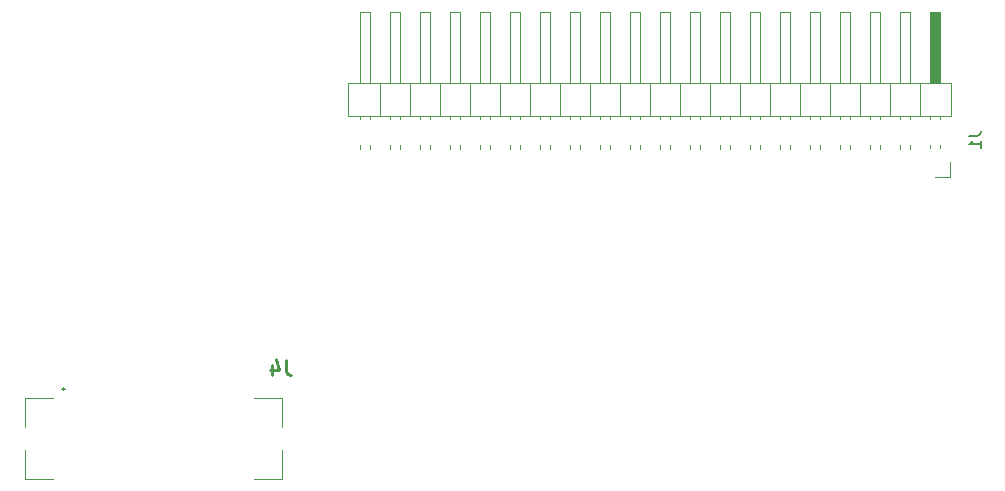
<source format=gbr>
G04 #@! TF.GenerationSoftware,KiCad,Pcbnew,9.0.1*
G04 #@! TF.CreationDate,2025-11-10T14:24:31+01:00*
G04 #@! TF.ProjectId,Debugmodul,44656275-676d-46f6-9475-6c2e6b696361,rev?*
G04 #@! TF.SameCoordinates,Original*
G04 #@! TF.FileFunction,Legend,Bot*
G04 #@! TF.FilePolarity,Positive*
%FSLAX46Y46*%
G04 Gerber Fmt 4.6, Leading zero omitted, Abs format (unit mm)*
G04 Created by KiCad (PCBNEW 9.0.1) date 2025-11-10 14:24:31*
%MOMM*%
%LPD*%
G01*
G04 APERTURE LIST*
%ADD10C,0.150000*%
%ADD11C,0.254000*%
%ADD12C,0.120000*%
%ADD13C,0.100000*%
%ADD14C,0.200000*%
%ADD15R,1.700000X1.700000*%
%ADD16C,1.700000*%
%ADD17R,0.500000X2.400000*%
%ADD18C,1.230000*%
%ADD19C,1.442200*%
%ADD20C,0.800000*%
%ADD21C,1.200000*%
G04 APERTURE END LIST*
D10*
X181154819Y-69766666D02*
X181869104Y-69766666D01*
X181869104Y-69766666D02*
X182011961Y-69719047D01*
X182011961Y-69719047D02*
X182107200Y-69623809D01*
X182107200Y-69623809D02*
X182154819Y-69480952D01*
X182154819Y-69480952D02*
X182154819Y-69385714D01*
X182154819Y-70766666D02*
X182154819Y-70195238D01*
X182154819Y-70480952D02*
X181154819Y-70480952D01*
X181154819Y-70480952D02*
X181297676Y-70385714D01*
X181297676Y-70385714D02*
X181392914Y-70290476D01*
X181392914Y-70290476D02*
X181440533Y-70195238D01*
D11*
X123315059Y-88712777D02*
X123315059Y-89619920D01*
X123315059Y-89619920D02*
X123375536Y-89801348D01*
X123375536Y-89801348D02*
X123496488Y-89922301D01*
X123496488Y-89922301D02*
X123677917Y-89982777D01*
X123677917Y-89982777D02*
X123798869Y-89982777D01*
X122166012Y-89136110D02*
X122166012Y-89982777D01*
X122468393Y-88652301D02*
X122770774Y-89559443D01*
X122770774Y-89559443D02*
X121984583Y-89559443D01*
D12*
X179530000Y-73270000D02*
X179530000Y-72000000D01*
X178260000Y-73270000D02*
X179530000Y-73270000D01*
X176150000Y-70922642D02*
X176150000Y-70537358D01*
X175290000Y-70922642D02*
X175290000Y-70537358D01*
X173610000Y-70922642D02*
X173610000Y-70537358D01*
X172750000Y-70922642D02*
X172750000Y-70537358D01*
X171070000Y-70922642D02*
X171070000Y-70537358D01*
X170210000Y-70922642D02*
X170210000Y-70537358D01*
X168530000Y-70922642D02*
X168530000Y-70537358D01*
X167670000Y-70922642D02*
X167670000Y-70537358D01*
X165990000Y-70922642D02*
X165990000Y-70537358D01*
X165130000Y-70922642D02*
X165130000Y-70537358D01*
X163450000Y-70922642D02*
X163450000Y-70537358D01*
X162590000Y-70922642D02*
X162590000Y-70537358D01*
X160910000Y-70922642D02*
X160910000Y-70537358D01*
X160050000Y-70922642D02*
X160050000Y-70537358D01*
X158370000Y-70922642D02*
X158370000Y-70537358D01*
X157510000Y-70922642D02*
X157510000Y-70537358D01*
X155830000Y-70922642D02*
X155830000Y-70537358D01*
X154970000Y-70922642D02*
X154970000Y-70537358D01*
X153290000Y-70922642D02*
X153290000Y-70537358D01*
X152430000Y-70922642D02*
X152430000Y-70537358D01*
X150750000Y-70922642D02*
X150750000Y-70537358D01*
X149890000Y-70922642D02*
X149890000Y-70537358D01*
X148210000Y-70922642D02*
X148210000Y-70537358D01*
X147350000Y-70922642D02*
X147350000Y-70537358D01*
X145670000Y-70922642D02*
X145670000Y-70537358D01*
X144810000Y-70922642D02*
X144810000Y-70537358D01*
X143130000Y-70922642D02*
X143130000Y-70537358D01*
X142270000Y-70922642D02*
X142270000Y-70537358D01*
X140590000Y-70922642D02*
X140590000Y-70537358D01*
X139730000Y-70922642D02*
X139730000Y-70537358D01*
X138050000Y-70922642D02*
X138050000Y-70537358D01*
X137190000Y-70922642D02*
X137190000Y-70537358D01*
X135510000Y-70922642D02*
X135510000Y-70537358D01*
X134650000Y-70922642D02*
X134650000Y-70537358D01*
X132970000Y-70922642D02*
X132970000Y-70537358D01*
X132110000Y-70922642D02*
X132110000Y-70537358D01*
X130430000Y-70922642D02*
X130430000Y-70537358D01*
X129570000Y-70922642D02*
X129570000Y-70537358D01*
X178690000Y-70840000D02*
X178690000Y-70537358D01*
X177830000Y-70840000D02*
X177830000Y-70537358D01*
X178690000Y-68382642D02*
X178690000Y-68070000D01*
X177830000Y-68382642D02*
X177830000Y-68070000D01*
X176150000Y-68382642D02*
X176150000Y-68070000D01*
X175290000Y-68382642D02*
X175290000Y-68070000D01*
X173610000Y-68382642D02*
X173610000Y-68070000D01*
X172750000Y-68382642D02*
X172750000Y-68070000D01*
X171070000Y-68382642D02*
X171070000Y-68070000D01*
X170210000Y-68382642D02*
X170210000Y-68070000D01*
X168530000Y-68382642D02*
X168530000Y-68070000D01*
X167670000Y-68382642D02*
X167670000Y-68070000D01*
X165990000Y-68382642D02*
X165990000Y-68070000D01*
X165130000Y-68382642D02*
X165130000Y-68070000D01*
X163450000Y-68382642D02*
X163450000Y-68070000D01*
X162590000Y-68382642D02*
X162590000Y-68070000D01*
X160910000Y-68382642D02*
X160910000Y-68070000D01*
X160050000Y-68382642D02*
X160050000Y-68070000D01*
X158370000Y-68382642D02*
X158370000Y-68070000D01*
X157510000Y-68382642D02*
X157510000Y-68070000D01*
X155830000Y-68382642D02*
X155830000Y-68070000D01*
X154970000Y-68382642D02*
X154970000Y-68070000D01*
X153290000Y-68382642D02*
X153290000Y-68070000D01*
X152430000Y-68382642D02*
X152430000Y-68070000D01*
X150750000Y-68382642D02*
X150750000Y-68070000D01*
X149890000Y-68382642D02*
X149890000Y-68070000D01*
X148210000Y-68382642D02*
X148210000Y-68070000D01*
X147350000Y-68382642D02*
X147350000Y-68070000D01*
X145670000Y-68382642D02*
X145670000Y-68070000D01*
X144810000Y-68382642D02*
X144810000Y-68070000D01*
X143130000Y-68382642D02*
X143130000Y-68070000D01*
X142270000Y-68382642D02*
X142270000Y-68070000D01*
X140590000Y-68382642D02*
X140590000Y-68070000D01*
X139730000Y-68382642D02*
X139730000Y-68070000D01*
X138050000Y-68382642D02*
X138050000Y-68070000D01*
X137190000Y-68382642D02*
X137190000Y-68070000D01*
X135510000Y-68382642D02*
X135510000Y-68070000D01*
X134650000Y-68382642D02*
X134650000Y-68070000D01*
X132970000Y-68382642D02*
X132970000Y-68070000D01*
X132110000Y-68382642D02*
X132110000Y-68070000D01*
X130430000Y-68382642D02*
X130430000Y-68070000D01*
X129570000Y-68382642D02*
X129570000Y-68070000D01*
X179640000Y-68070000D02*
X128620000Y-68070000D01*
X176990000Y-68070000D02*
X176990000Y-65310000D01*
X174450000Y-68070000D02*
X174450000Y-65310000D01*
X171910000Y-68070000D02*
X171910000Y-65310000D01*
X169370000Y-68070000D02*
X169370000Y-65310000D01*
X166830000Y-68070000D02*
X166830000Y-65310000D01*
X164290000Y-68070000D02*
X164290000Y-65310000D01*
X161750000Y-68070000D02*
X161750000Y-65310000D01*
X159210000Y-68070000D02*
X159210000Y-65310000D01*
X156670000Y-68070000D02*
X156670000Y-65310000D01*
X154130000Y-68070000D02*
X154130000Y-65310000D01*
X151590000Y-68070000D02*
X151590000Y-65310000D01*
X149050000Y-68070000D02*
X149050000Y-65310000D01*
X146510000Y-68070000D02*
X146510000Y-65310000D01*
X143970000Y-68070000D02*
X143970000Y-65310000D01*
X141430000Y-68070000D02*
X141430000Y-65310000D01*
X138890000Y-68070000D02*
X138890000Y-65310000D01*
X136350000Y-68070000D02*
X136350000Y-65310000D01*
X133810000Y-68070000D02*
X133810000Y-65310000D01*
X131270000Y-68070000D02*
X131270000Y-65310000D01*
X128620000Y-68070000D02*
X128620000Y-65310000D01*
X179640000Y-65310000D02*
X179640000Y-68070000D01*
X176150000Y-65310000D02*
X176150000Y-59310000D01*
X173610000Y-65310000D02*
X173610000Y-59310000D01*
X171070000Y-65310000D02*
X171070000Y-59310000D01*
X168530000Y-65310000D02*
X168530000Y-59310000D01*
X165990000Y-65310000D02*
X165990000Y-59310000D01*
X163450000Y-65310000D02*
X163450000Y-59310000D01*
X160910000Y-65310000D02*
X160910000Y-59310000D01*
X158370000Y-65310000D02*
X158370000Y-59310000D01*
X155830000Y-65310000D02*
X155830000Y-59310000D01*
X153290000Y-65310000D02*
X153290000Y-59310000D01*
X150750000Y-65310000D02*
X150750000Y-59310000D01*
X148210000Y-65310000D02*
X148210000Y-59310000D01*
X145670000Y-65310000D02*
X145670000Y-59310000D01*
X143130000Y-65310000D02*
X143130000Y-59310000D01*
X140590000Y-65310000D02*
X140590000Y-59310000D01*
X138050000Y-65310000D02*
X138050000Y-59310000D01*
X135510000Y-65310000D02*
X135510000Y-59310000D01*
X132970000Y-65310000D02*
X132970000Y-59310000D01*
X130430000Y-65310000D02*
X130430000Y-59310000D01*
X128620000Y-65310000D02*
X179640000Y-65310000D01*
X176150000Y-59310000D02*
X175290000Y-59310000D01*
X175290000Y-59310000D02*
X175290000Y-65310000D01*
X173610000Y-59310000D02*
X172750000Y-59310000D01*
X172750000Y-59310000D02*
X172750000Y-65310000D01*
X171070000Y-59310000D02*
X170210000Y-59310000D01*
X170210000Y-59310000D02*
X170210000Y-65310000D01*
X168530000Y-59310000D02*
X167670000Y-59310000D01*
X167670000Y-59310000D02*
X167670000Y-65310000D01*
X165990000Y-59310000D02*
X165130000Y-59310000D01*
X165130000Y-59310000D02*
X165130000Y-65310000D01*
X163450000Y-59310000D02*
X162590000Y-59310000D01*
X162590000Y-59310000D02*
X162590000Y-65310000D01*
X160910000Y-59310000D02*
X160050000Y-59310000D01*
X160050000Y-59310000D02*
X160050000Y-65310000D01*
X158370000Y-59310000D02*
X157510000Y-59310000D01*
X157510000Y-59310000D02*
X157510000Y-65310000D01*
X155830000Y-59310000D02*
X154970000Y-59310000D01*
X154970000Y-59310000D02*
X154970000Y-65310000D01*
X153290000Y-59310000D02*
X152430000Y-59310000D01*
X152430000Y-59310000D02*
X152430000Y-65310000D01*
X150750000Y-59310000D02*
X149890000Y-59310000D01*
X149890000Y-59310000D02*
X149890000Y-65310000D01*
X148210000Y-59310000D02*
X147350000Y-59310000D01*
X147350000Y-59310000D02*
X147350000Y-65310000D01*
X145670000Y-59310000D02*
X144810000Y-59310000D01*
X144810000Y-59310000D02*
X144810000Y-65310000D01*
X143130000Y-59310000D02*
X142270000Y-59310000D01*
X142270000Y-59310000D02*
X142270000Y-65310000D01*
X140590000Y-59310000D02*
X139730000Y-59310000D01*
X139730000Y-59310000D02*
X139730000Y-65310000D01*
X138050000Y-59310000D02*
X137190000Y-59310000D01*
X137190000Y-59310000D02*
X137190000Y-65310000D01*
X135510000Y-59310000D02*
X134650000Y-59310000D01*
X134650000Y-59310000D02*
X134650000Y-65310000D01*
X132970000Y-59310000D02*
X132110000Y-59310000D01*
X132110000Y-59310000D02*
X132110000Y-65310000D01*
X130430000Y-59310000D02*
X129570000Y-59310000D01*
X129570000Y-59310000D02*
X129570000Y-65310000D01*
X178690000Y-65310000D02*
X177830000Y-65310000D01*
X177830000Y-59310000D01*
X178690000Y-59310000D01*
X178690000Y-65310000D01*
G36*
X178690000Y-65310000D02*
G01*
X177830000Y-65310000D01*
X177830000Y-59310000D01*
X178690000Y-59310000D01*
X178690000Y-65310000D01*
G37*
D13*
X103600000Y-92000000D02*
X101200000Y-92000000D01*
X101200000Y-92000000D02*
X101200000Y-94400000D01*
X103600000Y-98800000D02*
X101200000Y-98800000D01*
X101200000Y-98800000D02*
X101200000Y-96400000D01*
X120600000Y-98800000D02*
X123000000Y-98800000D01*
X123000000Y-98800000D02*
X123000000Y-96400000D01*
X120600000Y-92000000D02*
X123000000Y-92000000D01*
X123000000Y-92000000D02*
X123000000Y-94400000D01*
D14*
X104400000Y-91200000D02*
X104400000Y-91200000D01*
X104600000Y-91200000D02*
X104600000Y-91200000D01*
X104600000Y-91200000D02*
G75*
G02*
X104400000Y-91200000I-100000J0D01*
G01*
X104400000Y-91200000D02*
G75*
G02*
X104600000Y-91200000I100000J0D01*
G01*
%LPC*%
D15*
X178260000Y-72000000D03*
D16*
X178260000Y-69460000D03*
X175720000Y-72000000D03*
X175720000Y-69460000D03*
X173180000Y-72000000D03*
X173180000Y-69460000D03*
X170640000Y-72000000D03*
X170640000Y-69460000D03*
X168100000Y-72000000D03*
X168100000Y-69460000D03*
X165560000Y-72000000D03*
X165560000Y-69460000D03*
X163020000Y-72000000D03*
X163020000Y-69460000D03*
X160480000Y-72000000D03*
X160480000Y-69460000D03*
X157940000Y-72000000D03*
X157940000Y-69460000D03*
X155400000Y-72000000D03*
X155400000Y-69460000D03*
X152860000Y-72000000D03*
X152860000Y-69460000D03*
X150320000Y-72000000D03*
X150320000Y-69460000D03*
X147780000Y-72000000D03*
X147780000Y-69460000D03*
X145240000Y-72000000D03*
X145240000Y-69460000D03*
X142700000Y-72000000D03*
X142700000Y-69460000D03*
X140160000Y-72000000D03*
X140160000Y-69460000D03*
X137620000Y-72000000D03*
X137620000Y-69460000D03*
X135080000Y-72000000D03*
X135080000Y-69460000D03*
X132540000Y-72000000D03*
X132540000Y-69460000D03*
X130000000Y-72000000D03*
X130000000Y-69460000D03*
D17*
X104500000Y-93000000D03*
X104500000Y-97800000D03*
X105300000Y-93000000D03*
X105300000Y-97800000D03*
X106100000Y-93000000D03*
X106100000Y-97800000D03*
X106900000Y-93000000D03*
X106900000Y-97800000D03*
X107700000Y-93000000D03*
X107700000Y-97800000D03*
X108500000Y-93000000D03*
X108500000Y-97800000D03*
X109300000Y-93000000D03*
X109300000Y-97800000D03*
X110100000Y-93000000D03*
X110100000Y-97800000D03*
X110900000Y-93000000D03*
X110900000Y-97800000D03*
X111700000Y-93000000D03*
X111700000Y-97800000D03*
X112500000Y-93000000D03*
X112500000Y-97800000D03*
X113300000Y-93000000D03*
X113300000Y-97800000D03*
X114100000Y-93000000D03*
X114100000Y-97800000D03*
X114900000Y-93000000D03*
X114900000Y-97800000D03*
X115700000Y-93000000D03*
X115700000Y-97800000D03*
X116500000Y-93000000D03*
X116500000Y-97800000D03*
X117300000Y-93000000D03*
X117300000Y-97800000D03*
X118100000Y-93000000D03*
X118100000Y-97800000D03*
X118900000Y-93000000D03*
X118900000Y-97800000D03*
X119700000Y-93000000D03*
X119700000Y-97800000D03*
D18*
X102000000Y-95400000D03*
D19*
X122200000Y-95400000D03*
D20*
X102000000Y-95400000D03*
D21*
X122200000Y-95400000D03*
%LPD*%
M02*

</source>
